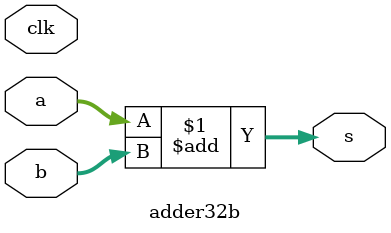
<source format=v>
module adder32b (a, b, clk, s);
	input [31:0] a;
	input [31:0] b;
	input clk;
	output [31:0] s;


	assign s = a + b;

endmodule

</source>
